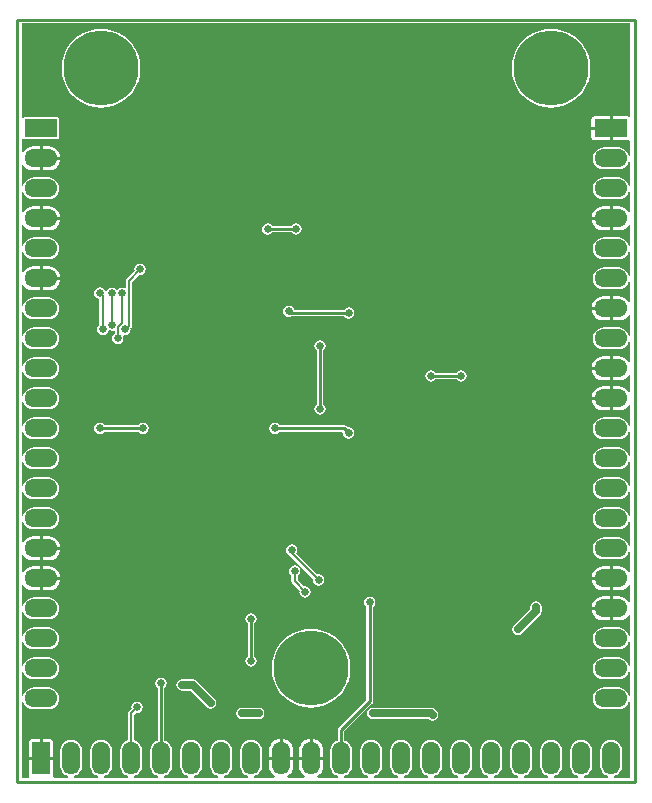
<source format=gbl>
G04 Layer_Physical_Order=2*
G04 Layer_Color=16711680*
%FSLAX25Y25*%
%MOIN*%
G70*
G01*
G75*
%ADD17C,0.01000*%
%ADD18C,0.00800*%
%ADD20C,0.02500*%
%ADD21C,0.25000*%
%ADD22R,0.11000X0.06000*%
%ADD23O,0.11000X0.06000*%
%ADD24R,0.06000X0.11000*%
%ADD25O,0.06000X0.11000*%
%ADD26C,0.02500*%
G36*
X470971Y332155D02*
X470471Y331888D01*
X470390Y331942D01*
X470000Y332020D01*
X465000D01*
Y328000D01*
Y323980D01*
X470000D01*
X470390Y324058D01*
X470471Y324112D01*
X470971Y323845D01*
Y319061D01*
X470507Y318940D01*
X470145Y319815D01*
X469568Y320567D01*
X468816Y321145D01*
X467940Y321507D01*
X467000Y321631D01*
X462000D01*
X461060Y321507D01*
X460184Y321145D01*
X459432Y320567D01*
X458855Y319815D01*
X458493Y318940D01*
X458369Y318000D01*
X458493Y317060D01*
X458855Y316184D01*
X459432Y315433D01*
X460184Y314855D01*
X461060Y314493D01*
X462000Y314369D01*
X467000D01*
X467940Y314493D01*
X468816Y314855D01*
X469568Y315433D01*
X470145Y316184D01*
X470507Y317060D01*
X470971Y316939D01*
Y309061D01*
X470507Y308940D01*
X470145Y309816D01*
X469568Y310567D01*
X468816Y311145D01*
X467940Y311507D01*
X467000Y311631D01*
X462000D01*
X461060Y311507D01*
X460184Y311145D01*
X459432Y310567D01*
X458855Y309816D01*
X458493Y308940D01*
X458369Y308000D01*
X458493Y307060D01*
X458855Y306185D01*
X459432Y305433D01*
X460184Y304855D01*
X461060Y304493D01*
X462000Y304369D01*
X467000D01*
X467940Y304493D01*
X468816Y304855D01*
X469568Y305433D01*
X470145Y306185D01*
X470507Y307060D01*
X470971Y306939D01*
Y300299D01*
X470524Y300045D01*
X470471Y300048D01*
X469853Y300853D01*
X469017Y301494D01*
X468044Y301897D01*
X467000Y302034D01*
X465000D01*
Y298000D01*
Y293966D01*
X467000D01*
X468044Y294103D01*
X469017Y294506D01*
X469853Y295147D01*
X470471Y295952D01*
X470524Y295955D01*
X470971Y295701D01*
Y289061D01*
X470507Y288940D01*
X470145Y289815D01*
X469568Y290567D01*
X468816Y291145D01*
X467940Y291507D01*
X467000Y291631D01*
X462000D01*
X461060Y291507D01*
X460184Y291145D01*
X459432Y290567D01*
X458855Y289815D01*
X458493Y288940D01*
X458369Y288000D01*
X458493Y287060D01*
X458855Y286185D01*
X459432Y285433D01*
X460184Y284855D01*
X461060Y284493D01*
X462000Y284369D01*
X467000D01*
X467940Y284493D01*
X468816Y284855D01*
X469568Y285433D01*
X470145Y286185D01*
X470507Y287060D01*
X470971Y286939D01*
Y279061D01*
X470507Y278940D01*
X470145Y279816D01*
X469568Y280568D01*
X468816Y281145D01*
X467940Y281507D01*
X467000Y281631D01*
X462000D01*
X461060Y281507D01*
X460184Y281145D01*
X459432Y280568D01*
X458855Y279816D01*
X458493Y278940D01*
X458369Y278000D01*
X458493Y277060D01*
X458855Y276185D01*
X459432Y275432D01*
X460184Y274855D01*
X461060Y274493D01*
X462000Y274369D01*
X467000D01*
X467940Y274493D01*
X468816Y274855D01*
X469568Y275432D01*
X470145Y276185D01*
X470507Y277060D01*
X470971Y276939D01*
Y270299D01*
X470524Y270045D01*
X470471Y270048D01*
X469853Y270853D01*
X469017Y271494D01*
X468044Y271897D01*
X467000Y272035D01*
X465000D01*
Y268000D01*
Y263966D01*
X467000D01*
X468044Y264103D01*
X469017Y264506D01*
X469853Y265147D01*
X470471Y265952D01*
X470524Y265955D01*
X470971Y265701D01*
Y259061D01*
X470507Y258940D01*
X470145Y259816D01*
X469568Y260567D01*
X468816Y261145D01*
X467940Y261507D01*
X467000Y261631D01*
X462000D01*
X461060Y261507D01*
X460184Y261145D01*
X459432Y260567D01*
X458855Y259816D01*
X458493Y258940D01*
X458369Y258000D01*
X458493Y257060D01*
X458855Y256185D01*
X459432Y255433D01*
X460184Y254855D01*
X461060Y254493D01*
X462000Y254369D01*
X467000D01*
X467940Y254493D01*
X468816Y254855D01*
X469568Y255433D01*
X470145Y256185D01*
X470507Y257060D01*
X470971Y256939D01*
Y250299D01*
X470524Y250045D01*
X470471Y250048D01*
X469853Y250853D01*
X469017Y251494D01*
X468044Y251897D01*
X467000Y252034D01*
X465000D01*
Y248000D01*
Y243966D01*
X467000D01*
X468044Y244103D01*
X469017Y244506D01*
X469853Y245147D01*
X470471Y245952D01*
X470524Y245955D01*
X470971Y245701D01*
Y240299D01*
X470524Y240045D01*
X470471Y240048D01*
X469853Y240853D01*
X469017Y241494D01*
X468044Y241897D01*
X467000Y242035D01*
X465000D01*
Y238000D01*
Y233965D01*
X467000D01*
X468044Y234103D01*
X469017Y234506D01*
X469853Y235147D01*
X470471Y235952D01*
X470524Y235955D01*
X470971Y235701D01*
Y229061D01*
X470507Y228940D01*
X470145Y229816D01*
X469568Y230568D01*
X468816Y231145D01*
X467940Y231507D01*
X467000Y231631D01*
X462000D01*
X461060Y231507D01*
X460184Y231145D01*
X459432Y230568D01*
X458855Y229816D01*
X458493Y228940D01*
X458369Y228000D01*
X458493Y227060D01*
X458855Y226185D01*
X459432Y225432D01*
X460184Y224855D01*
X461060Y224493D01*
X462000Y224369D01*
X467000D01*
X467940Y224493D01*
X468816Y224855D01*
X469568Y225432D01*
X470145Y226185D01*
X470507Y227060D01*
X470971Y226939D01*
Y219061D01*
X470507Y218940D01*
X470145Y219815D01*
X469568Y220567D01*
X468816Y221145D01*
X467940Y221507D01*
X467000Y221631D01*
X462000D01*
X461060Y221507D01*
X460184Y221145D01*
X459432Y220567D01*
X458855Y219815D01*
X458493Y218940D01*
X458369Y218000D01*
X458493Y217060D01*
X458855Y216184D01*
X459432Y215433D01*
X460184Y214855D01*
X461060Y214493D01*
X462000Y214369D01*
X467000D01*
X467940Y214493D01*
X468816Y214855D01*
X469568Y215433D01*
X470145Y216184D01*
X470507Y217060D01*
X470971Y216939D01*
Y209061D01*
X470507Y208940D01*
X470145Y209816D01*
X469568Y210567D01*
X468816Y211145D01*
X467940Y211507D01*
X467000Y211631D01*
X462000D01*
X461060Y211507D01*
X460184Y211145D01*
X459432Y210567D01*
X458855Y209816D01*
X458493Y208940D01*
X458369Y208000D01*
X458493Y207060D01*
X458855Y206185D01*
X459432Y205433D01*
X460184Y204855D01*
X461060Y204493D01*
X462000Y204369D01*
X467000D01*
X467940Y204493D01*
X468816Y204855D01*
X469568Y205433D01*
X470145Y206185D01*
X470507Y207060D01*
X470971Y206939D01*
Y199061D01*
X470507Y198940D01*
X470145Y199815D01*
X469568Y200568D01*
X468816Y201145D01*
X467940Y201507D01*
X467000Y201631D01*
X462000D01*
X461060Y201507D01*
X460184Y201145D01*
X459432Y200568D01*
X458855Y199815D01*
X458493Y198940D01*
X458369Y198000D01*
X458493Y197060D01*
X458855Y196185D01*
X459432Y195432D01*
X460184Y194855D01*
X461060Y194493D01*
X462000Y194369D01*
X467000D01*
X467940Y194493D01*
X468816Y194855D01*
X469568Y195432D01*
X470145Y196185D01*
X470507Y197060D01*
X470971Y196939D01*
Y189061D01*
X470507Y188940D01*
X470145Y189815D01*
X469568Y190568D01*
X468816Y191145D01*
X467940Y191507D01*
X467000Y191631D01*
X462000D01*
X461060Y191507D01*
X460184Y191145D01*
X459432Y190568D01*
X458855Y189815D01*
X458493Y188940D01*
X458369Y188000D01*
X458493Y187060D01*
X458855Y186185D01*
X459432Y185432D01*
X460184Y184855D01*
X461060Y184493D01*
X462000Y184369D01*
X467000D01*
X467940Y184493D01*
X468816Y184855D01*
X469568Y185432D01*
X470145Y186185D01*
X470507Y187060D01*
X470971Y186939D01*
Y180299D01*
X470524Y180045D01*
X470471Y180048D01*
X469853Y180853D01*
X469017Y181494D01*
X468044Y181897D01*
X467000Y182035D01*
X465000D01*
Y178000D01*
Y173966D01*
X467000D01*
X468044Y174103D01*
X469017Y174506D01*
X469853Y175147D01*
X470471Y175952D01*
X470524Y175955D01*
X470971Y175701D01*
Y170299D01*
X470524Y170045D01*
X470471Y170048D01*
X469853Y170853D01*
X469017Y171494D01*
X468044Y171897D01*
X467000Y172035D01*
X465000D01*
Y168000D01*
Y163965D01*
X467000D01*
X468044Y164103D01*
X469017Y164506D01*
X469853Y165147D01*
X470471Y165952D01*
X470524Y165955D01*
X470971Y165701D01*
Y159061D01*
X470507Y158940D01*
X470145Y159816D01*
X469568Y160568D01*
X468816Y161145D01*
X467940Y161507D01*
X467000Y161631D01*
X462000D01*
X461060Y161507D01*
X460184Y161145D01*
X459432Y160568D01*
X458855Y159816D01*
X458493Y158940D01*
X458369Y158000D01*
X458493Y157060D01*
X458855Y156184D01*
X459432Y155432D01*
X460184Y154855D01*
X461060Y154493D01*
X462000Y154369D01*
X467000D01*
X467940Y154493D01*
X468816Y154855D01*
X469568Y155432D01*
X470145Y156184D01*
X470507Y157060D01*
X470971Y156939D01*
Y149061D01*
X470507Y148940D01*
X470145Y149815D01*
X469568Y150568D01*
X468816Y151145D01*
X467940Y151507D01*
X467000Y151631D01*
X462000D01*
X461060Y151507D01*
X460184Y151145D01*
X459432Y150568D01*
X458855Y149815D01*
X458493Y148940D01*
X458369Y148000D01*
X458493Y147060D01*
X458855Y146185D01*
X459432Y145432D01*
X460184Y144855D01*
X461060Y144493D01*
X462000Y144369D01*
X467000D01*
X467940Y144493D01*
X468816Y144855D01*
X469568Y145432D01*
X470145Y146185D01*
X470507Y147060D01*
X470971Y146939D01*
Y139061D01*
X470507Y138940D01*
X470145Y139815D01*
X469568Y140568D01*
X468816Y141145D01*
X467940Y141507D01*
X467000Y141631D01*
X462000D01*
X461060Y141507D01*
X460184Y141145D01*
X459432Y140568D01*
X458855Y139815D01*
X458493Y138940D01*
X458369Y138000D01*
X458493Y137060D01*
X458855Y136185D01*
X459432Y135432D01*
X460184Y134855D01*
X461060Y134493D01*
X462000Y134369D01*
X467000D01*
X467940Y134493D01*
X468816Y134855D01*
X469568Y135432D01*
X470145Y136185D01*
X470507Y137060D01*
X470971Y136939D01*
Y111529D01*
X465561D01*
X465440Y111993D01*
X466316Y112355D01*
X467068Y112932D01*
X467645Y113684D01*
X468007Y114560D01*
X468131Y115500D01*
Y120500D01*
X468007Y121440D01*
X467645Y122316D01*
X467068Y123068D01*
X466316Y123645D01*
X465440Y124007D01*
X464500Y124131D01*
X463560Y124007D01*
X462684Y123645D01*
X461932Y123068D01*
X461355Y122316D01*
X460993Y121440D01*
X460869Y120500D01*
Y115500D01*
X460993Y114560D01*
X461355Y113684D01*
X461932Y112932D01*
X462684Y112355D01*
X463560Y111993D01*
X463439Y111529D01*
X455561D01*
X455440Y111993D01*
X456316Y112355D01*
X457068Y112932D01*
X457645Y113684D01*
X458007Y114560D01*
X458131Y115500D01*
Y120500D01*
X458007Y121440D01*
X457645Y122316D01*
X457068Y123068D01*
X456316Y123645D01*
X455440Y124007D01*
X454500Y124131D01*
X453560Y124007D01*
X452684Y123645D01*
X451932Y123068D01*
X451355Y122316D01*
X450993Y121440D01*
X450869Y120500D01*
Y115500D01*
X450993Y114560D01*
X451355Y113684D01*
X451932Y112932D01*
X452684Y112355D01*
X453560Y111993D01*
X453439Y111529D01*
X445561D01*
X445440Y111993D01*
X446315Y112355D01*
X447068Y112932D01*
X447645Y113684D01*
X448007Y114560D01*
X448131Y115500D01*
Y120500D01*
X448007Y121440D01*
X447645Y122316D01*
X447068Y123068D01*
X446315Y123645D01*
X445440Y124007D01*
X444500Y124131D01*
X443560Y124007D01*
X442685Y123645D01*
X441932Y123068D01*
X441355Y122316D01*
X440993Y121440D01*
X440869Y120500D01*
Y115500D01*
X440993Y114560D01*
X441355Y113684D01*
X441932Y112932D01*
X442685Y112355D01*
X443560Y111993D01*
X443439Y111529D01*
X435561D01*
X435440Y111993D01*
X436315Y112355D01*
X437068Y112932D01*
X437645Y113684D01*
X438007Y114560D01*
X438131Y115500D01*
Y120500D01*
X438007Y121440D01*
X437645Y122316D01*
X437068Y123068D01*
X436315Y123645D01*
X435440Y124007D01*
X434500Y124131D01*
X433560Y124007D01*
X432685Y123645D01*
X431932Y123068D01*
X431355Y122316D01*
X430993Y121440D01*
X430869Y120500D01*
Y115500D01*
X430993Y114560D01*
X431355Y113684D01*
X431932Y112932D01*
X432685Y112355D01*
X433560Y111993D01*
X433439Y111529D01*
X425561D01*
X425440Y111993D01*
X426315Y112355D01*
X427068Y112932D01*
X427645Y113684D01*
X428007Y114560D01*
X428131Y115500D01*
Y120500D01*
X428007Y121440D01*
X427645Y122316D01*
X427068Y123068D01*
X426315Y123645D01*
X425440Y124007D01*
X424500Y124131D01*
X423560Y124007D01*
X422684Y123645D01*
X421932Y123068D01*
X421355Y122316D01*
X420993Y121440D01*
X420869Y120500D01*
Y115500D01*
X420993Y114560D01*
X421355Y113684D01*
X421932Y112932D01*
X422684Y112355D01*
X423560Y111993D01*
X423439Y111529D01*
X415561D01*
X415440Y111993D01*
X416316Y112355D01*
X417068Y112932D01*
X417645Y113684D01*
X418007Y114560D01*
X418131Y115500D01*
Y120500D01*
X418007Y121440D01*
X417645Y122316D01*
X417068Y123068D01*
X416316Y123645D01*
X415440Y124007D01*
X414500Y124131D01*
X413560Y124007D01*
X412684Y123645D01*
X411932Y123068D01*
X411355Y122316D01*
X410993Y121440D01*
X410869Y120500D01*
Y115500D01*
X410993Y114560D01*
X411355Y113684D01*
X411932Y112932D01*
X412684Y112355D01*
X413560Y111993D01*
X413439Y111529D01*
X405561D01*
X405440Y111993D01*
X406316Y112355D01*
X407067Y112932D01*
X407645Y113684D01*
X408007Y114560D01*
X408131Y115500D01*
Y120500D01*
X408007Y121440D01*
X407645Y122316D01*
X407067Y123068D01*
X406316Y123645D01*
X405440Y124007D01*
X404500Y124131D01*
X403560Y124007D01*
X402684Y123645D01*
X401932Y123068D01*
X401355Y122316D01*
X400993Y121440D01*
X400869Y120500D01*
Y115500D01*
X400993Y114560D01*
X401355Y113684D01*
X401932Y112932D01*
X402684Y112355D01*
X403560Y111993D01*
X403439Y111529D01*
X395561D01*
X395440Y111993D01*
X396316Y112355D01*
X397067Y112932D01*
X397645Y113684D01*
X398007Y114560D01*
X398131Y115500D01*
Y120500D01*
X398007Y121440D01*
X397645Y122316D01*
X397067Y123068D01*
X396316Y123645D01*
X395440Y124007D01*
X394500Y124131D01*
X393560Y124007D01*
X392685Y123645D01*
X391933Y123068D01*
X391355Y122316D01*
X390993Y121440D01*
X390869Y120500D01*
Y115500D01*
X390993Y114560D01*
X391355Y113684D01*
X391933Y112932D01*
X392685Y112355D01*
X393560Y111993D01*
X393439Y111529D01*
X385561D01*
X385440Y111993D01*
X386315Y112355D01*
X387068Y112932D01*
X387645Y113684D01*
X388007Y114560D01*
X388131Y115500D01*
Y120500D01*
X388007Y121440D01*
X387645Y122316D01*
X387068Y123068D01*
X386315Y123645D01*
X385440Y124007D01*
X384500Y124131D01*
X383560Y124007D01*
X382684Y123645D01*
X381932Y123068D01*
X381355Y122316D01*
X380993Y121440D01*
X380869Y120500D01*
Y115500D01*
X380993Y114560D01*
X381355Y113684D01*
X381932Y112932D01*
X382684Y112355D01*
X383560Y111993D01*
X383439Y111529D01*
X375561D01*
X375440Y111993D01*
X376315Y112355D01*
X377067Y112932D01*
X377645Y113684D01*
X378007Y114560D01*
X378131Y115500D01*
Y120500D01*
X378007Y121440D01*
X377645Y122316D01*
X377067Y123068D01*
X376315Y123645D01*
X375622Y123932D01*
Y127035D01*
X384793Y136207D01*
X384793Y136207D01*
X385036Y136571D01*
X385122Y137000D01*
X385121Y137000D01*
Y168524D01*
X385334Y168666D01*
X385743Y169278D01*
X385886Y170000D01*
X385743Y170722D01*
X385334Y171334D01*
X384722Y171743D01*
X384000Y171886D01*
X383278Y171743D01*
X382666Y171334D01*
X382257Y170722D01*
X382114Y170000D01*
X382257Y169278D01*
X382666Y168666D01*
X382878Y168524D01*
Y137465D01*
X373707Y128293D01*
X373464Y127929D01*
X373378Y127500D01*
X373378Y127500D01*
Y123932D01*
X372685Y123645D01*
X371933Y123068D01*
X371355Y122316D01*
X370993Y121440D01*
X370869Y120500D01*
Y115500D01*
X370993Y114560D01*
X371355Y113684D01*
X371933Y112932D01*
X372685Y112355D01*
X373560Y111993D01*
X373439Y111529D01*
X366799D01*
X366545Y111976D01*
X366548Y112029D01*
X367353Y112647D01*
X367994Y113483D01*
X368397Y114456D01*
X368534Y115500D01*
Y117500D01*
X364500D01*
X360466D01*
Y115500D01*
X360603Y114456D01*
X361006Y113483D01*
X361647Y112647D01*
X362452Y112029D01*
X362455Y111976D01*
X362201Y111529D01*
X356799D01*
X356545Y111976D01*
X356548Y112029D01*
X357353Y112647D01*
X357994Y113483D01*
X358397Y114456D01*
X358535Y115500D01*
Y117500D01*
X354500D01*
X350465D01*
Y115500D01*
X350603Y114456D01*
X351006Y113483D01*
X351647Y112647D01*
X352452Y112029D01*
X352455Y111976D01*
X352201Y111529D01*
X345561D01*
X345440Y111993D01*
X346316Y112355D01*
X347067Y112932D01*
X347645Y113684D01*
X348007Y114560D01*
X348131Y115500D01*
Y120500D01*
X348007Y121440D01*
X347645Y122316D01*
X347067Y123068D01*
X346316Y123645D01*
X345440Y124007D01*
X344500Y124131D01*
X343560Y124007D01*
X342685Y123645D01*
X341933Y123068D01*
X341355Y122316D01*
X340993Y121440D01*
X340869Y120500D01*
Y115500D01*
X340993Y114560D01*
X341355Y113684D01*
X341933Y112932D01*
X342685Y112355D01*
X343560Y111993D01*
X343439Y111529D01*
X335561D01*
X335440Y111993D01*
X336315Y112355D01*
X337068Y112932D01*
X337645Y113684D01*
X338007Y114560D01*
X338131Y115500D01*
Y120500D01*
X338007Y121440D01*
X337645Y122316D01*
X337068Y123068D01*
X336315Y123645D01*
X335440Y124007D01*
X334500Y124131D01*
X333560Y124007D01*
X332684Y123645D01*
X331932Y123068D01*
X331355Y122316D01*
X330993Y121440D01*
X330869Y120500D01*
Y115500D01*
X330993Y114560D01*
X331355Y113684D01*
X331932Y112932D01*
X332684Y112355D01*
X333560Y111993D01*
X333439Y111529D01*
X325561D01*
X325440Y111993D01*
X326315Y112355D01*
X327067Y112932D01*
X327645Y113684D01*
X328007Y114560D01*
X328131Y115500D01*
Y120500D01*
X328007Y121440D01*
X327645Y122316D01*
X327067Y123068D01*
X326315Y123645D01*
X325440Y124007D01*
X324500Y124131D01*
X323560Y124007D01*
X322685Y123645D01*
X321933Y123068D01*
X321355Y122316D01*
X320993Y121440D01*
X320869Y120500D01*
Y115500D01*
X320993Y114560D01*
X321355Y113684D01*
X321933Y112932D01*
X322685Y112355D01*
X323560Y111993D01*
X323439Y111529D01*
X315561D01*
X315440Y111993D01*
X316316Y112355D01*
X317068Y112932D01*
X317645Y113684D01*
X318007Y114560D01*
X318131Y115500D01*
Y120500D01*
X318007Y121440D01*
X317645Y122316D01*
X317068Y123068D01*
X316316Y123645D01*
X315621Y123932D01*
Y141524D01*
X315834Y141666D01*
X316243Y142278D01*
X316386Y143000D01*
X316243Y143722D01*
X315834Y144334D01*
X315222Y144743D01*
X314500Y144886D01*
X313778Y144743D01*
X313166Y144334D01*
X312757Y143722D01*
X312614Y143000D01*
X312757Y142278D01*
X313166Y141666D01*
X313379Y141524D01*
Y123932D01*
X312684Y123645D01*
X311932Y123068D01*
X311355Y122316D01*
X310993Y121440D01*
X310869Y120500D01*
Y115500D01*
X310993Y114560D01*
X311355Y113684D01*
X311932Y112932D01*
X312684Y112355D01*
X313560Y111993D01*
X313439Y111529D01*
X305561D01*
X305440Y111993D01*
X306315Y112355D01*
X307067Y112932D01*
X307645Y113684D01*
X308007Y114560D01*
X308131Y115500D01*
Y120500D01*
X308007Y121440D01*
X307645Y122316D01*
X307067Y123068D01*
X306315Y123645D01*
X305520Y123974D01*
Y132578D01*
X306129Y133187D01*
X306500Y133114D01*
X307222Y133257D01*
X307834Y133666D01*
X308243Y134278D01*
X308386Y135000D01*
X308243Y135722D01*
X307834Y136334D01*
X307222Y136743D01*
X306500Y136886D01*
X305778Y136743D01*
X305166Y136334D01*
X304757Y135722D01*
X304614Y135000D01*
X304688Y134629D01*
X303779Y133721D01*
X303558Y133390D01*
X303480Y133000D01*
Y123974D01*
X302684Y123645D01*
X301933Y123068D01*
X301355Y122316D01*
X300993Y121440D01*
X300869Y120500D01*
Y115500D01*
X300993Y114560D01*
X301355Y113684D01*
X301933Y112932D01*
X302684Y112355D01*
X303560Y111993D01*
X303439Y111529D01*
X295561D01*
X295440Y111993D01*
X296316Y112355D01*
X297067Y112932D01*
X297645Y113684D01*
X298007Y114560D01*
X298131Y115500D01*
Y120500D01*
X298007Y121440D01*
X297645Y122316D01*
X297067Y123068D01*
X296316Y123645D01*
X295440Y124007D01*
X294500Y124131D01*
X293560Y124007D01*
X292685Y123645D01*
X291933Y123068D01*
X291355Y122316D01*
X290993Y121440D01*
X290869Y120500D01*
Y115500D01*
X290993Y114560D01*
X291355Y113684D01*
X291933Y112932D01*
X292685Y112355D01*
X293560Y111993D01*
X293439Y111529D01*
X285561D01*
X285440Y111993D01*
X286315Y112355D01*
X287068Y112932D01*
X287645Y113684D01*
X288007Y114560D01*
X288131Y115500D01*
Y120500D01*
X288007Y121440D01*
X287645Y122316D01*
X287068Y123068D01*
X286315Y123645D01*
X285440Y124007D01*
X284500Y124131D01*
X283560Y124007D01*
X282684Y123645D01*
X281932Y123068D01*
X281355Y122316D01*
X280993Y121440D01*
X280869Y120500D01*
Y115500D01*
X280993Y114560D01*
X281355Y113684D01*
X281932Y112932D01*
X282684Y112355D01*
X283560Y111993D01*
X283439Y111529D01*
X278656D01*
X278388Y112029D01*
X278442Y112110D01*
X278520Y112500D01*
Y117500D01*
X274500D01*
X270480D01*
Y112500D01*
X270558Y112110D01*
X270612Y112029D01*
X270344Y111529D01*
X268029D01*
Y136939D01*
X268493Y137060D01*
X268855Y136185D01*
X269432Y135432D01*
X270184Y134855D01*
X271060Y134493D01*
X272000Y134369D01*
X277000D01*
X277940Y134493D01*
X278816Y134855D01*
X279568Y135432D01*
X280145Y136185D01*
X280507Y137060D01*
X280631Y138000D01*
X280507Y138940D01*
X280145Y139815D01*
X279568Y140568D01*
X278816Y141145D01*
X277940Y141507D01*
X277000Y141631D01*
X272000D01*
X271060Y141507D01*
X270184Y141145D01*
X269432Y140568D01*
X268855Y139815D01*
X268493Y138940D01*
X268029Y139061D01*
Y146939D01*
X268493Y147060D01*
X268855Y146185D01*
X269432Y145432D01*
X270184Y144855D01*
X271060Y144493D01*
X272000Y144369D01*
X277000D01*
X277940Y144493D01*
X278816Y144855D01*
X279568Y145432D01*
X280145Y146185D01*
X280507Y147060D01*
X280631Y148000D01*
X280507Y148940D01*
X280145Y149815D01*
X279568Y150568D01*
X278816Y151145D01*
X277940Y151507D01*
X277000Y151631D01*
X272000D01*
X271060Y151507D01*
X270184Y151145D01*
X269432Y150568D01*
X268855Y149815D01*
X268493Y148940D01*
X268029Y149061D01*
Y156939D01*
X268493Y157060D01*
X268855Y156184D01*
X269432Y155432D01*
X270184Y154855D01*
X271060Y154493D01*
X272000Y154369D01*
X277000D01*
X277940Y154493D01*
X278816Y154855D01*
X279568Y155432D01*
X280145Y156184D01*
X280507Y157060D01*
X280631Y158000D01*
X280507Y158940D01*
X280145Y159816D01*
X279568Y160568D01*
X278816Y161145D01*
X277940Y161507D01*
X277000Y161631D01*
X272000D01*
X271060Y161507D01*
X270184Y161145D01*
X269432Y160568D01*
X268855Y159816D01*
X268493Y158940D01*
X268029Y159061D01*
Y166939D01*
X268493Y167060D01*
X268855Y166184D01*
X269432Y165432D01*
X270184Y164855D01*
X271060Y164493D01*
X272000Y164369D01*
X277000D01*
X277940Y164493D01*
X278816Y164855D01*
X279568Y165432D01*
X280145Y166184D01*
X280507Y167060D01*
X280631Y168000D01*
X280507Y168940D01*
X280145Y169816D01*
X279568Y170568D01*
X278816Y171145D01*
X277940Y171507D01*
X277000Y171631D01*
X272000D01*
X271060Y171507D01*
X270184Y171145D01*
X269432Y170568D01*
X268855Y169816D01*
X268493Y168940D01*
X268029Y169061D01*
Y175701D01*
X268476Y175955D01*
X268529Y175952D01*
X269147Y175147D01*
X269983Y174506D01*
X270956Y174103D01*
X272000Y173966D01*
X274000D01*
Y178000D01*
Y182035D01*
X272000D01*
X270956Y181897D01*
X269983Y181494D01*
X269147Y180853D01*
X268529Y180048D01*
X268476Y180045D01*
X268029Y180299D01*
Y185701D01*
X268476Y185955D01*
X268529Y185952D01*
X269147Y185147D01*
X269983Y184506D01*
X270956Y184103D01*
X272000Y183966D01*
X274000D01*
Y188000D01*
Y192034D01*
X272000D01*
X270956Y191897D01*
X269983Y191494D01*
X269147Y190853D01*
X268529Y190048D01*
X268476Y190045D01*
X268029Y190299D01*
Y196939D01*
X268493Y197060D01*
X268855Y196185D01*
X269432Y195432D01*
X270184Y194855D01*
X271060Y194493D01*
X272000Y194369D01*
X277000D01*
X277940Y194493D01*
X278816Y194855D01*
X279568Y195432D01*
X280145Y196185D01*
X280507Y197060D01*
X280631Y198000D01*
X280507Y198940D01*
X280145Y199815D01*
X279568Y200568D01*
X278816Y201145D01*
X277940Y201507D01*
X277000Y201631D01*
X272000D01*
X271060Y201507D01*
X270184Y201145D01*
X269432Y200568D01*
X268855Y199815D01*
X268493Y198940D01*
X268029Y199061D01*
Y206939D01*
X268493Y207060D01*
X268855Y206185D01*
X269432Y205433D01*
X270184Y204855D01*
X271060Y204493D01*
X272000Y204369D01*
X277000D01*
X277940Y204493D01*
X278816Y204855D01*
X279568Y205433D01*
X280145Y206185D01*
X280507Y207060D01*
X280631Y208000D01*
X280507Y208940D01*
X280145Y209816D01*
X279568Y210567D01*
X278816Y211145D01*
X277940Y211507D01*
X277000Y211631D01*
X272000D01*
X271060Y211507D01*
X270184Y211145D01*
X269432Y210567D01*
X268855Y209816D01*
X268493Y208940D01*
X268029Y209061D01*
Y216939D01*
X268493Y217060D01*
X268855Y216184D01*
X269432Y215433D01*
X270184Y214855D01*
X271060Y214493D01*
X272000Y214369D01*
X277000D01*
X277940Y214493D01*
X278816Y214855D01*
X279568Y215433D01*
X280145Y216184D01*
X280507Y217060D01*
X280631Y218000D01*
X280507Y218940D01*
X280145Y219815D01*
X279568Y220567D01*
X278816Y221145D01*
X277940Y221507D01*
X277000Y221631D01*
X272000D01*
X271060Y221507D01*
X270184Y221145D01*
X269432Y220567D01*
X268855Y219815D01*
X268493Y218940D01*
X268029Y219061D01*
Y226939D01*
X268493Y227060D01*
X268855Y226185D01*
X269432Y225432D01*
X270184Y224855D01*
X271060Y224493D01*
X272000Y224369D01*
X277000D01*
X277940Y224493D01*
X278816Y224855D01*
X279568Y225432D01*
X280145Y226185D01*
X280507Y227060D01*
X280631Y228000D01*
X280507Y228940D01*
X280145Y229816D01*
X279568Y230568D01*
X278816Y231145D01*
X277940Y231507D01*
X277000Y231631D01*
X272000D01*
X271060Y231507D01*
X270184Y231145D01*
X269432Y230568D01*
X268855Y229816D01*
X268493Y228940D01*
X268029Y229061D01*
Y236939D01*
X268493Y237060D01*
X268855Y236185D01*
X269432Y235433D01*
X270184Y234855D01*
X271060Y234493D01*
X272000Y234369D01*
X277000D01*
X277940Y234493D01*
X278816Y234855D01*
X279568Y235433D01*
X280145Y236185D01*
X280507Y237060D01*
X280631Y238000D01*
X280507Y238940D01*
X280145Y239815D01*
X279568Y240567D01*
X278816Y241145D01*
X277940Y241507D01*
X277000Y241631D01*
X272000D01*
X271060Y241507D01*
X270184Y241145D01*
X269432Y240567D01*
X268855Y239815D01*
X268493Y238940D01*
X268029Y239061D01*
Y246939D01*
X268493Y247060D01*
X268855Y246184D01*
X269432Y245432D01*
X270184Y244855D01*
X271060Y244493D01*
X272000Y244369D01*
X277000D01*
X277940Y244493D01*
X278816Y244855D01*
X279568Y245432D01*
X280145Y246184D01*
X280507Y247060D01*
X280631Y248000D01*
X280507Y248940D01*
X280145Y249816D01*
X279568Y250568D01*
X278816Y251145D01*
X277940Y251507D01*
X277000Y251631D01*
X272000D01*
X271060Y251507D01*
X270184Y251145D01*
X269432Y250568D01*
X268855Y249816D01*
X268493Y248940D01*
X268029Y249061D01*
Y256939D01*
X268493Y257060D01*
X268855Y256185D01*
X269432Y255433D01*
X270184Y254855D01*
X271060Y254493D01*
X272000Y254369D01*
X277000D01*
X277940Y254493D01*
X278816Y254855D01*
X279568Y255433D01*
X280145Y256185D01*
X280507Y257060D01*
X280631Y258000D01*
X280507Y258940D01*
X280145Y259816D01*
X279568Y260567D01*
X278816Y261145D01*
X277940Y261507D01*
X277000Y261631D01*
X272000D01*
X271060Y261507D01*
X270184Y261145D01*
X269432Y260567D01*
X268855Y259816D01*
X268493Y258940D01*
X268029Y259061D01*
Y266939D01*
X268493Y267060D01*
X268855Y266184D01*
X269432Y265433D01*
X270184Y264855D01*
X271060Y264493D01*
X272000Y264369D01*
X277000D01*
X277940Y264493D01*
X278816Y264855D01*
X279568Y265433D01*
X280145Y266184D01*
X280507Y267060D01*
X280631Y268000D01*
X280507Y268940D01*
X280145Y269815D01*
X279568Y270567D01*
X278816Y271145D01*
X277940Y271507D01*
X277000Y271631D01*
X272000D01*
X271060Y271507D01*
X270184Y271145D01*
X269432Y270567D01*
X268855Y269815D01*
X268493Y268940D01*
X268029Y269061D01*
Y275701D01*
X268476Y275955D01*
X268529Y275952D01*
X269147Y275147D01*
X269983Y274506D01*
X270956Y274103D01*
X272000Y273966D01*
X274000D01*
Y278000D01*
Y282034D01*
X272000D01*
X270956Y281897D01*
X269983Y281494D01*
X269147Y280853D01*
X268529Y280048D01*
X268476Y280045D01*
X268029Y280299D01*
Y286939D01*
X268493Y287060D01*
X268855Y286185D01*
X269432Y285433D01*
X270184Y284855D01*
X271060Y284493D01*
X272000Y284369D01*
X277000D01*
X277940Y284493D01*
X278816Y284855D01*
X279568Y285433D01*
X280145Y286185D01*
X280507Y287060D01*
X280631Y288000D01*
X280507Y288940D01*
X280145Y289815D01*
X279568Y290567D01*
X278816Y291145D01*
X277940Y291507D01*
X277000Y291631D01*
X272000D01*
X271060Y291507D01*
X270184Y291145D01*
X269432Y290567D01*
X268855Y289815D01*
X268493Y288940D01*
X268029Y289061D01*
Y295701D01*
X268476Y295955D01*
X268529Y295952D01*
X269147Y295147D01*
X269983Y294506D01*
X270956Y294103D01*
X272000Y293966D01*
X274000D01*
Y298000D01*
Y302034D01*
X272000D01*
X270956Y301897D01*
X269983Y301494D01*
X269147Y300853D01*
X268529Y300048D01*
X268476Y300045D01*
X268029Y300299D01*
Y306939D01*
X268493Y307060D01*
X268855Y306185D01*
X269432Y305433D01*
X270184Y304855D01*
X271060Y304493D01*
X272000Y304369D01*
X277000D01*
X277940Y304493D01*
X278816Y304855D01*
X279568Y305433D01*
X280145Y306185D01*
X280507Y307060D01*
X280631Y308000D01*
X280507Y308940D01*
X280145Y309816D01*
X279568Y310567D01*
X278816Y311145D01*
X277940Y311507D01*
X277000Y311631D01*
X272000D01*
X271060Y311507D01*
X270184Y311145D01*
X269432Y310567D01*
X268855Y309816D01*
X268493Y308940D01*
X268029Y309061D01*
Y315701D01*
X268476Y315955D01*
X268529Y315952D01*
X269147Y315147D01*
X269983Y314506D01*
X270956Y314103D01*
X272000Y313966D01*
X274000D01*
Y318000D01*
Y322035D01*
X272000D01*
X270956Y321897D01*
X269983Y321494D01*
X269147Y320853D01*
X268529Y320048D01*
X268476Y320045D01*
X268029Y320299D01*
Y324469D01*
X268529Y324568D01*
X268541Y324541D01*
X269000Y324351D01*
X280000D01*
X280459Y324541D01*
X280649Y325000D01*
Y331000D01*
X280459Y331459D01*
X280000Y331649D01*
X269000D01*
X268541Y331459D01*
X268529Y331432D01*
X268029Y331531D01*
Y362971D01*
X470971D01*
Y332155D01*
D02*
G37*
%LPC*%
G36*
X280969Y177500D02*
X275000D01*
Y173966D01*
X277000D01*
X278044Y174103D01*
X279017Y174506D01*
X279853Y175147D01*
X280494Y175983D01*
X280897Y176956D01*
X280969Y177500D01*
D02*
G37*
G36*
X464000D02*
X458031D01*
X458103Y176956D01*
X458506Y175983D01*
X459147Y175147D01*
X459983Y174506D01*
X460956Y174103D01*
X462000Y173966D01*
X464000D01*
Y177500D01*
D02*
G37*
G36*
X359000Y182386D02*
X358278Y182243D01*
X357666Y181834D01*
X357257Y181222D01*
X357114Y180500D01*
X357257Y179778D01*
X357666Y179166D01*
X357980Y178956D01*
Y177000D01*
X358058Y176610D01*
X358279Y176279D01*
X360687Y173871D01*
X360614Y173500D01*
X360757Y172778D01*
X361166Y172166D01*
X361778Y171757D01*
X362500Y171614D01*
X363222Y171757D01*
X363834Y172166D01*
X364243Y172778D01*
X364386Y173500D01*
X364243Y174222D01*
X363834Y174834D01*
X363222Y175243D01*
X362500Y175386D01*
X362129Y175312D01*
X360020Y177422D01*
Y178956D01*
X360334Y179166D01*
X360743Y179778D01*
X360886Y180500D01*
X360743Y181222D01*
X360334Y181834D01*
X359722Y182243D01*
X359000Y182386D01*
D02*
G37*
G36*
X464000Y172035D02*
X462000D01*
X460956Y171897D01*
X459983Y171494D01*
X459147Y170853D01*
X458506Y170017D01*
X458103Y169044D01*
X458031Y168500D01*
X464000D01*
Y172035D01*
D02*
G37*
G36*
Y167500D02*
X458031D01*
X458103Y166956D01*
X458506Y165983D01*
X459147Y165147D01*
X459983Y164506D01*
X460956Y164103D01*
X462000Y163965D01*
X464000D01*
Y167500D01*
D02*
G37*
G36*
X358000Y189386D02*
X357278Y189243D01*
X356666Y188834D01*
X356257Y188222D01*
X356114Y187500D01*
X356257Y186778D01*
X356666Y186166D01*
X357278Y185757D01*
X357306Y185752D01*
X365188Y177871D01*
X365114Y177500D01*
X365257Y176778D01*
X365666Y176166D01*
X366278Y175757D01*
X367000Y175614D01*
X367722Y175757D01*
X368334Y176166D01*
X368743Y176778D01*
X368886Y177500D01*
X368743Y178222D01*
X368334Y178834D01*
X367722Y179243D01*
X367000Y179386D01*
X366629Y179313D01*
X359511Y186431D01*
X359743Y186778D01*
X359886Y187500D01*
X359743Y188222D01*
X359334Y188834D01*
X358722Y189243D01*
X358000Y189386D01*
D02*
G37*
G36*
X277000Y192034D02*
X275000D01*
Y188500D01*
X280969D01*
X280897Y189044D01*
X280494Y190017D01*
X279853Y190853D01*
X279017Y191494D01*
X278044Y191897D01*
X277000Y192034D01*
D02*
G37*
G36*
X352500Y229886D02*
X351778Y229743D01*
X351166Y229334D01*
X350757Y228722D01*
X350614Y228000D01*
X350757Y227278D01*
X351166Y226666D01*
X351778Y226257D01*
X352500Y226114D01*
X353222Y226257D01*
X353834Y226666D01*
X353976Y226878D01*
X374694D01*
X375114Y226500D01*
X375257Y225778D01*
X375666Y225166D01*
X376278Y224757D01*
X377000Y224614D01*
X377722Y224757D01*
X378334Y225166D01*
X378743Y225778D01*
X378886Y226500D01*
X378743Y227222D01*
X378334Y227834D01*
X377722Y228243D01*
X377000Y228386D01*
X376750Y228337D01*
X376293Y228793D01*
X375929Y229036D01*
X375500Y229122D01*
X375500Y229121D01*
X353976D01*
X353834Y229334D01*
X353222Y229743D01*
X352500Y229886D01*
D02*
G37*
G36*
X280969Y187500D02*
X275000D01*
Y183966D01*
X277000D01*
X278044Y184103D01*
X279017Y184506D01*
X279853Y185147D01*
X280494Y185983D01*
X280897Y186956D01*
X280969Y187500D01*
D02*
G37*
G36*
X277000Y182035D02*
X275000D01*
Y178500D01*
X280969D01*
X280897Y179044D01*
X280494Y180017D01*
X279853Y180853D01*
X279017Y181494D01*
X278044Y181897D01*
X277000Y182035D01*
D02*
G37*
G36*
X464000D02*
X462000D01*
X460956Y181897D01*
X459983Y181494D01*
X459147Y180853D01*
X458506Y180017D01*
X458103Y179044D01*
X458031Y178500D01*
X464000D01*
Y182035D01*
D02*
G37*
G36*
X439500Y170386D02*
X438778Y170243D01*
X438166Y169834D01*
X437757Y169222D01*
X437614Y168500D01*
Y167781D01*
X432166Y162334D01*
X431757Y161722D01*
X431614Y161000D01*
X431757Y160278D01*
X432166Y159666D01*
X432778Y159257D01*
X433500Y159114D01*
X434222Y159257D01*
X434834Y159666D01*
X440834Y165666D01*
X441243Y166278D01*
X441386Y167000D01*
Y168500D01*
X441243Y169222D01*
X440834Y169834D01*
X440222Y170243D01*
X439500Y170386D01*
D02*
G37*
G36*
X277500Y124520D02*
X275000D01*
Y118500D01*
X278520D01*
Y123500D01*
X278442Y123890D01*
X278221Y124221D01*
X277890Y124442D01*
X277500Y124520D01*
D02*
G37*
G36*
X355000Y124469D02*
Y118500D01*
X358535D01*
Y120500D01*
X358397Y121544D01*
X357994Y122517D01*
X357353Y123353D01*
X356517Y123994D01*
X355544Y124397D01*
X355000Y124469D01*
D02*
G37*
G36*
X274000Y124520D02*
X271500D01*
X271110Y124442D01*
X270779Y124221D01*
X270558Y123890D01*
X270480Y123500D01*
Y118500D01*
X274000D01*
Y124520D01*
D02*
G37*
G36*
X354000Y124469D02*
X353456Y124397D01*
X352483Y123994D01*
X351647Y123353D01*
X351006Y122517D01*
X350603Y121544D01*
X350465Y120500D01*
Y118500D01*
X354000D01*
Y124469D01*
D02*
G37*
G36*
X364000D02*
X363456Y124397D01*
X362483Y123994D01*
X361647Y123353D01*
X361006Y122517D01*
X360603Y121544D01*
X360466Y120500D01*
Y118500D01*
X364000D01*
Y124469D01*
D02*
G37*
G36*
X365000D02*
Y118500D01*
X368534D01*
Y120500D01*
X368397Y121544D01*
X367994Y122517D01*
X367353Y123353D01*
X366517Y123994D01*
X365544Y124397D01*
X365000Y124469D01*
D02*
G37*
G36*
X364500Y161141D02*
X362444Y160979D01*
X360439Y160497D01*
X358534Y159708D01*
X356776Y158631D01*
X355208Y157292D01*
X353869Y155724D01*
X352792Y153966D01*
X352003Y152061D01*
X351521Y150056D01*
X351360Y148000D01*
X351521Y145944D01*
X352003Y143939D01*
X352792Y142034D01*
X353869Y140276D01*
X355208Y138708D01*
X356776Y137369D01*
X358534Y136292D01*
X360439Y135503D01*
X362444Y135021D01*
X364500Y134860D01*
X366556Y135021D01*
X368561Y135503D01*
X370466Y136292D01*
X372224Y137369D01*
X373792Y138708D01*
X375131Y140276D01*
X376208Y142034D01*
X376997Y143939D01*
X377479Y145944D01*
X377641Y148000D01*
X377479Y150056D01*
X376997Y152061D01*
X376208Y153966D01*
X375131Y155724D01*
X373792Y157292D01*
X372224Y158631D01*
X370466Y159708D01*
X368561Y160497D01*
X366556Y160979D01*
X364500Y161141D01*
D02*
G37*
G36*
X344500Y166386D02*
X343778Y166243D01*
X343166Y165834D01*
X342757Y165222D01*
X342614Y164500D01*
X342757Y163778D01*
X343166Y163166D01*
X343378Y163024D01*
Y151976D01*
X343166Y151834D01*
X342757Y151222D01*
X342614Y150500D01*
X342757Y149778D01*
X343166Y149166D01*
X343778Y148757D01*
X344500Y148614D01*
X345222Y148757D01*
X345834Y149166D01*
X346243Y149778D01*
X346386Y150500D01*
X346243Y151222D01*
X345834Y151834D01*
X345621Y151976D01*
Y163024D01*
X345834Y163166D01*
X346243Y163778D01*
X346386Y164500D01*
X346243Y165222D01*
X345834Y165834D01*
X345222Y166243D01*
X344500Y166386D01*
D02*
G37*
G36*
X325000Y144386D02*
X321500D01*
X320778Y144243D01*
X320166Y143834D01*
X319757Y143222D01*
X319614Y142500D01*
X319757Y141778D01*
X320166Y141166D01*
X320778Y140757D01*
X321500Y140614D01*
X324219D01*
X329666Y135166D01*
X330278Y134757D01*
X331000Y134614D01*
X331722Y134757D01*
X332334Y135166D01*
X332743Y135778D01*
X332886Y136500D01*
X332743Y137222D01*
X332334Y137834D01*
X326334Y143834D01*
X325722Y144243D01*
X325000Y144386D01*
D02*
G37*
G36*
X404500Y134886D02*
X385000D01*
X384278Y134743D01*
X383666Y134334D01*
X383257Y133722D01*
X383114Y133000D01*
X383257Y132278D01*
X383666Y131666D01*
X384278Y131257D01*
X385000Y131114D01*
X403745D01*
X404278Y130757D01*
X405000Y130614D01*
X405722Y130757D01*
X406334Y131166D01*
X406743Y131778D01*
X406886Y132500D01*
X406743Y133222D01*
X406334Y133834D01*
X405834Y134334D01*
X405222Y134743D01*
X404500Y134886D01*
D02*
G37*
G36*
X347000D02*
X341500D01*
X340778Y134743D01*
X340166Y134334D01*
X339757Y133722D01*
X339614Y133000D01*
X339757Y132278D01*
X340166Y131666D01*
X340778Y131257D01*
X341500Y131114D01*
X347000D01*
X347722Y131257D01*
X348334Y131666D01*
X348743Y132278D01*
X348886Y133000D01*
X348743Y133722D01*
X348334Y134334D01*
X347722Y134743D01*
X347000Y134886D01*
D02*
G37*
G36*
X308500Y229886D02*
X307778Y229743D01*
X307166Y229334D01*
X307024Y229121D01*
X295476D01*
X295334Y229334D01*
X294722Y229743D01*
X294000Y229886D01*
X293278Y229743D01*
X292666Y229334D01*
X292257Y228722D01*
X292114Y228000D01*
X292257Y227278D01*
X292666Y226666D01*
X293278Y226257D01*
X294000Y226114D01*
X294722Y226257D01*
X295334Y226666D01*
X295476Y226878D01*
X307024D01*
X307166Y226666D01*
X307778Y226257D01*
X308500Y226114D01*
X309222Y226257D01*
X309834Y226666D01*
X310243Y227278D01*
X310386Y228000D01*
X310243Y228722D01*
X309834Y229334D01*
X309222Y229743D01*
X308500Y229886D01*
D02*
G37*
G36*
X277000Y302034D02*
X275000D01*
Y298500D01*
X280969D01*
X280897Y299044D01*
X280494Y300017D01*
X279853Y300853D01*
X279017Y301494D01*
X278044Y301897D01*
X277000Y302034D01*
D02*
G37*
G36*
X464000D02*
X462000D01*
X460956Y301897D01*
X459983Y301494D01*
X459147Y300853D01*
X458506Y300017D01*
X458103Y299044D01*
X458031Y298500D01*
X464000D01*
Y302034D01*
D02*
G37*
G36*
X359500Y296386D02*
X358778Y296243D01*
X358166Y295834D01*
X358024Y295621D01*
X351476D01*
X351334Y295834D01*
X350722Y296243D01*
X350000Y296386D01*
X349278Y296243D01*
X348666Y295834D01*
X348257Y295222D01*
X348114Y294500D01*
X348257Y293778D01*
X348666Y293166D01*
X349278Y292757D01*
X350000Y292614D01*
X350722Y292757D01*
X351334Y293166D01*
X351476Y293378D01*
X358024D01*
X358166Y293166D01*
X358778Y292757D01*
X359500Y292614D01*
X360222Y292757D01*
X360834Y293166D01*
X361243Y293778D01*
X361386Y294500D01*
X361243Y295222D01*
X360834Y295834D01*
X360222Y296243D01*
X359500Y296386D01*
D02*
G37*
G36*
X280969Y297500D02*
X275000D01*
Y293966D01*
X277000D01*
X278044Y294103D01*
X279017Y294506D01*
X279853Y295147D01*
X280494Y295983D01*
X280897Y296956D01*
X280969Y297500D01*
D02*
G37*
G36*
X464000D02*
X458031D01*
X458103Y296956D01*
X458506Y295983D01*
X459147Y295147D01*
X459983Y294506D01*
X460956Y294103D01*
X462000Y293966D01*
X464000D01*
Y297500D01*
D02*
G37*
G36*
X280969Y317500D02*
X275000D01*
Y313966D01*
X277000D01*
X278044Y314103D01*
X279017Y314506D01*
X279853Y315147D01*
X280494Y315983D01*
X280897Y316956D01*
X280969Y317500D01*
D02*
G37*
G36*
X294500Y361140D02*
X292444Y360979D01*
X290439Y360497D01*
X288534Y359708D01*
X286776Y358631D01*
X285208Y357292D01*
X283869Y355724D01*
X282792Y353966D01*
X282003Y352061D01*
X281521Y350056D01*
X281360Y348000D01*
X281521Y345944D01*
X282003Y343939D01*
X282792Y342034D01*
X283869Y340276D01*
X285208Y338708D01*
X286776Y337369D01*
X288534Y336292D01*
X290439Y335503D01*
X292444Y335021D01*
X294500Y334859D01*
X296556Y335021D01*
X298561Y335503D01*
X300466Y336292D01*
X302224Y337369D01*
X303792Y338708D01*
X305131Y340276D01*
X306208Y342034D01*
X306997Y343939D01*
X307479Y345944D01*
X307641Y348000D01*
X307479Y350056D01*
X306997Y352061D01*
X306208Y353966D01*
X305131Y355724D01*
X303792Y357292D01*
X302224Y358631D01*
X300466Y359708D01*
X298561Y360497D01*
X296556Y360979D01*
X294500Y361140D01*
D02*
G37*
G36*
X444500D02*
X442444Y360979D01*
X440439Y360497D01*
X438534Y359708D01*
X436776Y358631D01*
X435208Y357292D01*
X433869Y355724D01*
X432792Y353966D01*
X432003Y352061D01*
X431521Y350056D01*
X431359Y348000D01*
X431521Y345944D01*
X432003Y343939D01*
X432792Y342034D01*
X433869Y340276D01*
X435208Y338708D01*
X436776Y337369D01*
X438534Y336292D01*
X440439Y335503D01*
X442444Y335021D01*
X444500Y334859D01*
X446556Y335021D01*
X448561Y335503D01*
X450466Y336292D01*
X452224Y337369D01*
X453792Y338708D01*
X455131Y340276D01*
X456208Y342034D01*
X456997Y343939D01*
X457479Y345944D01*
X457641Y348000D01*
X457479Y350056D01*
X456997Y352061D01*
X456208Y353966D01*
X455131Y355724D01*
X453792Y357292D01*
X452224Y358631D01*
X450466Y359708D01*
X448561Y360497D01*
X446556Y360979D01*
X444500Y361140D01*
D02*
G37*
G36*
X464000Y332020D02*
X459000D01*
X458610Y331942D01*
X458279Y331721D01*
X458058Y331390D01*
X457980Y331000D01*
Y328500D01*
X464000D01*
Y332020D01*
D02*
G37*
G36*
X277000Y322035D02*
X275000D01*
Y318500D01*
X280969D01*
X280897Y319044D01*
X280494Y320017D01*
X279853Y320853D01*
X279017Y321494D01*
X278044Y321897D01*
X277000Y322035D01*
D02*
G37*
G36*
X464000Y327500D02*
X457980D01*
Y325000D01*
X458058Y324610D01*
X458279Y324279D01*
X458610Y324058D01*
X459000Y323980D01*
X464000D01*
Y327500D01*
D02*
G37*
G36*
X307500Y282886D02*
X306778Y282743D01*
X306166Y282334D01*
X305757Y281722D01*
X305614Y281000D01*
X305687Y280629D01*
X303029Y277971D01*
X302808Y277640D01*
X302730Y277250D01*
Y274933D01*
X302289Y274697D01*
X302222Y274743D01*
X301500Y274886D01*
X300778Y274743D01*
X300166Y274334D01*
X300051Y274161D01*
X299449D01*
X299334Y274334D01*
X298722Y274743D01*
X298000Y274886D01*
X297278Y274743D01*
X296666Y274334D01*
X296269Y273739D01*
X296190Y273727D01*
X295755Y273760D01*
X295743Y273822D01*
X295334Y274434D01*
X294722Y274843D01*
X294000Y274986D01*
X293278Y274843D01*
X292666Y274434D01*
X292257Y273822D01*
X292114Y273100D01*
X292257Y272378D01*
X292666Y271766D01*
X293278Y271357D01*
X293980Y271218D01*
Y262544D01*
X293666Y262334D01*
X293257Y261722D01*
X293114Y261000D01*
X293257Y260278D01*
X293666Y259666D01*
X294278Y259257D01*
X295000Y259114D01*
X295722Y259257D01*
X296334Y259666D01*
X296743Y260278D01*
X296781Y260473D01*
X297158Y260629D01*
X297323Y260632D01*
X298000Y260498D01*
X298722Y260641D01*
X298789Y260686D01*
X299230Y260451D01*
Y259711D01*
X298666Y259334D01*
X298257Y258722D01*
X298114Y258000D01*
X298257Y257278D01*
X298666Y256666D01*
X299278Y256257D01*
X300000Y256114D01*
X300722Y256257D01*
X301334Y256666D01*
X301743Y257278D01*
X301886Y258000D01*
X301743Y258722D01*
X301717Y258760D01*
X302018Y259210D01*
X302500Y259114D01*
X303222Y259257D01*
X303834Y259666D01*
X304243Y260278D01*
X304386Y261000D01*
X304312Y261371D01*
X304471Y261529D01*
X304692Y261860D01*
X304770Y262250D01*
Y276828D01*
X307129Y279187D01*
X307500Y279114D01*
X308222Y279257D01*
X308834Y279666D01*
X309243Y280278D01*
X309386Y281000D01*
X309243Y281722D01*
X308834Y282334D01*
X308222Y282743D01*
X307500Y282886D01*
D02*
G37*
G36*
X464000Y247500D02*
X458031D01*
X458103Y246956D01*
X458506Y245983D01*
X459147Y245147D01*
X459983Y244506D01*
X460956Y244103D01*
X462000Y243966D01*
X464000D01*
Y247500D01*
D02*
G37*
G36*
X414500Y247386D02*
X413778Y247243D01*
X413166Y246834D01*
X413024Y246621D01*
X405976D01*
X405834Y246834D01*
X405222Y247243D01*
X404500Y247386D01*
X403778Y247243D01*
X403166Y246834D01*
X402757Y246222D01*
X402614Y245500D01*
X402757Y244778D01*
X403166Y244166D01*
X403778Y243757D01*
X404500Y243614D01*
X405222Y243757D01*
X405834Y244166D01*
X405976Y244378D01*
X413024D01*
X413166Y244166D01*
X413778Y243757D01*
X414500Y243614D01*
X415222Y243757D01*
X415834Y244166D01*
X416243Y244778D01*
X416386Y245500D01*
X416243Y246222D01*
X415834Y246834D01*
X415222Y247243D01*
X414500Y247386D01*
D02*
G37*
G36*
X464000Y242035D02*
X462000D01*
X460956Y241897D01*
X459983Y241494D01*
X459147Y240853D01*
X458506Y240017D01*
X458103Y239044D01*
X458031Y238500D01*
X464000D01*
Y242035D01*
D02*
G37*
G36*
X367500Y257386D02*
X366778Y257243D01*
X366166Y256834D01*
X365757Y256222D01*
X365614Y255500D01*
X365757Y254778D01*
X366166Y254166D01*
X366378Y254024D01*
Y235976D01*
X366166Y235834D01*
X365757Y235222D01*
X365614Y234500D01*
X365757Y233778D01*
X366166Y233166D01*
X366778Y232757D01*
X367500Y232614D01*
X368222Y232757D01*
X368834Y233166D01*
X369243Y233778D01*
X369386Y234500D01*
X369243Y235222D01*
X368834Y235834D01*
X368621Y235976D01*
Y254024D01*
X368834Y254166D01*
X369243Y254778D01*
X369386Y255500D01*
X369243Y256222D01*
X368834Y256834D01*
X368222Y257243D01*
X367500Y257386D01*
D02*
G37*
G36*
X464000Y237500D02*
X458031D01*
X458103Y236956D01*
X458506Y235983D01*
X459147Y235147D01*
X459983Y234506D01*
X460956Y234103D01*
X462000Y233965D01*
X464000D01*
Y237500D01*
D02*
G37*
G36*
Y252034D02*
X462000D01*
X460956Y251897D01*
X459983Y251494D01*
X459147Y250853D01*
X458506Y250017D01*
X458103Y249044D01*
X458031Y248500D01*
X464000D01*
Y252034D01*
D02*
G37*
G36*
X280969Y277500D02*
X275000D01*
Y273966D01*
X277000D01*
X278044Y274103D01*
X279017Y274506D01*
X279853Y275147D01*
X280494Y275983D01*
X280897Y276956D01*
X280969Y277500D01*
D02*
G37*
G36*
X277000Y282034D02*
X275000D01*
Y278500D01*
X280969D01*
X280897Y279044D01*
X280494Y280017D01*
X279853Y280853D01*
X279017Y281494D01*
X278044Y281897D01*
X277000Y282034D01*
D02*
G37*
G36*
X464000Y272035D02*
X462000D01*
X460956Y271897D01*
X459983Y271494D01*
X459147Y270853D01*
X458506Y270017D01*
X458103Y269044D01*
X458031Y268500D01*
X464000D01*
Y272035D01*
D02*
G37*
G36*
Y267500D02*
X458031D01*
X458103Y266956D01*
X458506Y265983D01*
X459147Y265147D01*
X459983Y264506D01*
X460956Y264103D01*
X462000Y263966D01*
X464000D01*
Y267500D01*
D02*
G37*
G36*
X357000Y268886D02*
X356278Y268743D01*
X355666Y268334D01*
X355257Y267722D01*
X355114Y267000D01*
X355257Y266278D01*
X355666Y265666D01*
X356278Y265257D01*
X357000Y265114D01*
X357722Y265257D01*
X357903Y265378D01*
X375524D01*
X375666Y265166D01*
X376278Y264757D01*
X377000Y264614D01*
X377722Y264757D01*
X378334Y265166D01*
X378743Y265778D01*
X378886Y266500D01*
X378743Y267222D01*
X378334Y267834D01*
X377722Y268243D01*
X377000Y268386D01*
X376278Y268243D01*
X375666Y267834D01*
X375524Y267621D01*
X358763D01*
X358743Y267722D01*
X358334Y268334D01*
X357722Y268743D01*
X357000Y268886D01*
D02*
G37*
%LPD*%
D17*
X384000Y137000D02*
Y170000D01*
X367500Y234500D02*
Y255500D01*
X350000Y294500D02*
X359500D01*
X357500Y266500D02*
X377000D01*
X357000Y267000D02*
X357500Y266500D01*
X294000Y228000D02*
X308500D01*
X404500Y245500D02*
X414500D01*
X375500Y228000D02*
X377000Y226500D01*
X352500Y228000D02*
X375500D01*
X344500Y150500D02*
Y164500D01*
X374500Y118000D02*
Y127500D01*
X384000Y137000D01*
X314500Y118000D02*
Y143000D01*
X266500Y110000D02*
X472500D01*
Y364000D01*
X266500D02*
X472500D01*
X266500Y110000D02*
Y364000D01*
D18*
X294000Y273000D02*
Y273100D01*
Y273000D02*
X295000Y272000D01*
Y261000D02*
Y272000D01*
X359000Y177000D02*
Y180500D01*
X358000Y186500D02*
X367000Y177500D01*
X358000Y186500D02*
Y187500D01*
X304500Y118000D02*
Y133000D01*
X306500Y135000D01*
X359000Y177000D02*
X362500Y173500D01*
X298000Y273000D02*
X298500Y272500D01*
X298000Y272000D02*
X298500Y272500D01*
X298000Y262384D02*
Y272000D01*
X301500Y263182D02*
Y273000D01*
X300250Y261932D02*
X301500Y263182D01*
X300250Y258250D02*
Y261932D01*
X300000Y258000D02*
X300250Y258250D01*
X302500Y261000D02*
X303750Y262250D01*
Y277250D01*
X307500Y281000D01*
D20*
X385000Y133000D02*
X404500D01*
X405000Y132500D01*
X321500Y142500D02*
X325000D01*
X331000Y136500D01*
X341500Y133000D02*
X347000D01*
X433500Y161000D02*
X439500Y167000D01*
Y168500D01*
D21*
X364500Y148000D02*
D03*
X294500Y348000D02*
D03*
X444500D02*
D03*
D22*
X274500Y328000D02*
D03*
X464500D02*
D03*
D23*
X274500Y318000D02*
D03*
Y308000D02*
D03*
Y298000D02*
D03*
Y288000D02*
D03*
Y278000D02*
D03*
Y268000D02*
D03*
Y258000D02*
D03*
Y248000D02*
D03*
Y238000D02*
D03*
Y228000D02*
D03*
Y218000D02*
D03*
Y208000D02*
D03*
Y198000D02*
D03*
Y188000D02*
D03*
Y178000D02*
D03*
Y168000D02*
D03*
Y158000D02*
D03*
Y148000D02*
D03*
Y138000D02*
D03*
X464500Y318000D02*
D03*
Y308000D02*
D03*
Y298000D02*
D03*
Y288000D02*
D03*
Y278000D02*
D03*
Y268000D02*
D03*
Y258000D02*
D03*
Y248000D02*
D03*
Y238000D02*
D03*
Y228000D02*
D03*
Y218000D02*
D03*
Y208000D02*
D03*
Y198000D02*
D03*
Y188000D02*
D03*
Y178000D02*
D03*
Y168000D02*
D03*
Y158000D02*
D03*
Y148000D02*
D03*
Y138000D02*
D03*
D24*
X274500Y118000D02*
D03*
D25*
X284500D02*
D03*
X294500D02*
D03*
X304500D02*
D03*
X314500D02*
D03*
X324500D02*
D03*
X334500D02*
D03*
X344500D02*
D03*
X354500D02*
D03*
X364500D02*
D03*
X374500D02*
D03*
X384500D02*
D03*
X394500D02*
D03*
X404500D02*
D03*
X414500D02*
D03*
X424500D02*
D03*
X434500D02*
D03*
X444500D02*
D03*
X454500D02*
D03*
X464500D02*
D03*
D26*
X294000Y273100D02*
D03*
X295000Y261000D02*
D03*
X384000Y170000D02*
D03*
X367500Y234500D02*
D03*
Y255500D02*
D03*
X377500Y233000D02*
D03*
X401500Y271000D02*
D03*
X382000Y294500D02*
D03*
X359500D02*
D03*
X350000D02*
D03*
X390000Y301000D02*
D03*
X419500Y275000D02*
D03*
X322000Y294500D02*
D03*
Y253000D02*
D03*
X339000Y232000D02*
D03*
X374000Y194000D02*
D03*
X383000Y217500D02*
D03*
X377000Y266500D02*
D03*
X357000Y267000D02*
D03*
X308500Y228000D02*
D03*
X377000Y226500D02*
D03*
X404500Y245500D02*
D03*
X414500D02*
D03*
X352500Y228000D02*
D03*
X359000Y180500D02*
D03*
X367000Y177500D02*
D03*
X358000Y187500D02*
D03*
X306500Y135000D02*
D03*
X344500Y150500D02*
D03*
Y164500D02*
D03*
X362500Y173500D02*
D03*
X433500Y161000D02*
D03*
X385000Y133000D02*
D03*
X405000Y132500D02*
D03*
X314500Y143000D02*
D03*
X321500Y142500D02*
D03*
X331000Y136500D02*
D03*
X341500Y133000D02*
D03*
X347000D02*
D03*
X410500Y159000D02*
D03*
X443000Y181500D02*
D03*
X432000Y296500D02*
D03*
X440000D02*
D03*
X446500Y302000D02*
D03*
X426000D02*
D03*
X303500Y159000D02*
D03*
X439500Y168500D02*
D03*
X307500Y281000D02*
D03*
X298000Y273000D02*
D03*
X301500D02*
D03*
X300000Y258000D02*
D03*
X302500Y261000D02*
D03*
X298000Y262384D02*
D03*
X294000Y228000D02*
D03*
M02*

</source>
